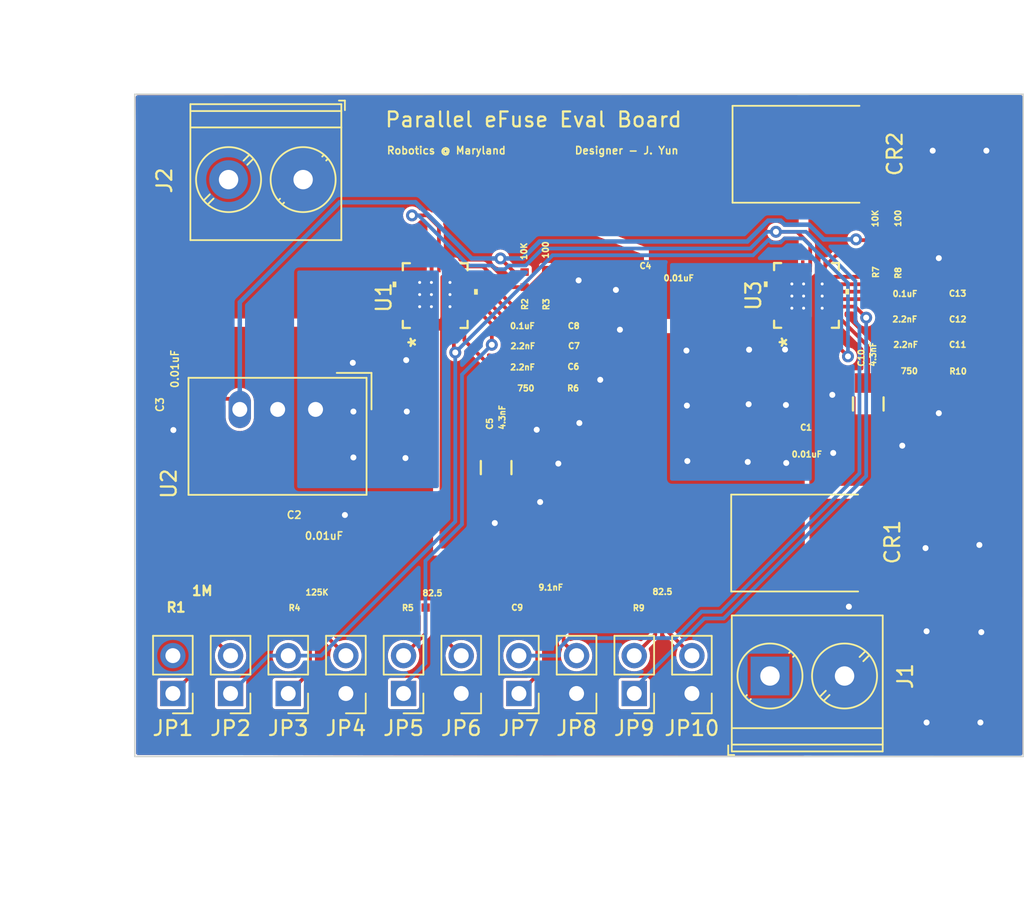
<source format=kicad_pcb>
(kicad_pcb (version 20221018) (generator pcbnew)
  (title_block (title "Parallel 15A eFuse") (date "2024-02-08") (rev "1") (company "Robotics @ Maryland") (comment 1 "Designer - Jeremy Yun"))
  (layers (0 "F.Cu" signal) (31 "B.Cu" signal) (34 "B.Paste" user) (35 "F.Paste" user) (36 "B.SilkS" user "B.Silkscreen") (37 "F.SilkS" user "F.Silkscreen") (38 "B.Mask" user) (39 "F.Mask" user) (44 "Edge.Cuts" user))
  (net 0 "")
  (net 1 "VCC")
  (net 2 "GND")
  (net 3 "/eFuse_Out")
  (net 4 "Net-(JP2-B)")
  (net 5 "Net-(JP1-A)")
  (net 6 "+3.3V")
  (net 7 "Net-(JP3-A)")
  (net 8 "Net-(JP4-B)")
  (net 9 "Net-(JP5-B)")
  (net 10 "Net-(JP6-B)")
  (net 11 "Net-(JP7-B)")
  (net 12 "Net-(JP8-B)")
  (net 13 "Net-(JP9-B)")
  (net 14 "Net-(U3-ITIMER)")
  (net 15 "Net-(U3-RETRY_DLY)")
  (net 16 "Net-(U3-NRETRY)")
  (net 17 "Net-(U3-LDSTART)")
  (net 18 "Net-(JP10-B)")
  (net 19 "Net-(JP9-A)")
  (net 20 "Net-(JP2-A)")
  (net 21 "Net-(JP7-A)")
  (net 22 "Net-(U3-PG)")
  (net 23 "Net-(U1-ITIMER)")
  (net 24 "Net-(U1-RETRY_DLY)")
  (net 25 "Net-(U1-NRETRY)")
  (net 26 "Net-(U1-LDSTART)")
  (net 27 "Net-(U1-PG)")
  (net 28 "Net-(JP5-A)")
  (net 29 "Net-(U1-IMON)")
  (net 30 "Net-(U3-IMON)")
  (footprint "eFuseLib:RC0402N_YAG" (layer "F.Cu") (at 136 116.76 90)
    (fp_text reference "R8")
    (fp_text value "100")
  )
  (footprint "Diode_SMD:D_SMC" (layer "F.Cu") (at 129.8 110.5)
    (fp_text reference "CR2")
    (fp_text value "B520C-13-F")
  )
  (footprint "eFuseLib:CAPC10555_55N_KEM" (layer "F.Cu") (at 138.39 121.57)
    (fp_text reference "C12")
    (fp_text value "2.2nF")
  )
  (footprint "eFuseLib:CAPC0603X33N" (layer "F.Cu") (at 112.7 122.02)
    (fp_text reference "C8")
    (fp_text value "0.1uF")
  )
  (footprint "TerminalBlock_Phoenix:TerminalBlock_Phoenix_PT-1,5-2-5.0-H_1x02_P5.00mm_Horizontal" (layer "F.Cu") (at 96.1 112.2 180)
    (fp_text reference "J2" hide)
    (fp_text value "Screw_Terminal_01x02" hide)
  )
  (footprint "TerminalBlock_Phoenix:TerminalBlock_Phoenix_PT-1,5-2-5.0-H_1x02_P5.00mm_Horizontal" (layer "F.Cu") (at 127.4 145.5)
    (fp_text reference "J1")
    (fp_text value "Screw_Terminal_01x02" hide)
  )
  (footprint "eFuseLib:CAPC340180_100N_KEM" (layer "F.Cu") (at 133.99 127.25 -90)
    (fp_text reference "C10")
    (fp_text value "4.3nF")
  )
  (footprint "Connector_PinHeader_2.54mm:PinHeader_1x02_P2.54mm_Vertical" (layer "F.Cu") (at 106.699996 146.675 180)
    (fp_text reference "JP6")
    (fp_text value "Jumper_2_Bridged" hide)
  )
  (footprint "eFuseLib:RGE24_2P5XP85X1P45_TEX" (layer "F.Cu") (at 129.8474 119.969 90)
    (fp_text reference "U3")
    (fp_text value "~")
  )
  (footprint "eFuseLib:CAPC10555_55N_KEM" (layer "F.Cu") (at 112.7 123.369135)
    (fp_text reference "C7")
    (fp_text value "2.2nF")
  )
  (footprint "eFuseLib:YAG_R0402_YAG" (layer "F.Cu") (at 104.77 140.91)
    (fp_text reference "R5")
    (fp_text value "82.5")
  )
  (footprint "eFuseLib:CAPC10555_55N_KEM" (layer "F.Cu") (at 138.39 123.27)
    (fp_text reference "C11")
    (fp_text value "2.2nF")
  )
  (footprint "Connector_PinHeader_2.54mm:PinHeader_1x02_P2.54mm_Vertical" (layer "F.Cu") (at 118.299994 146.675 180)
    (fp_text reference "JP9")
    (fp_text value "Jumper_2_Bridged" hide)
  )
  (footprint "Connector_PinHeader_2.54mm:PinHeader_1x02_P2.54mm_Vertical" (layer "F.Cu") (at 114.433328 146.675 180)
    (fp_text reference "JP8")
    (fp_text value "Jumper_2_Bridged" hide)
  )
  (footprint "Connector_PinHeader_2.54mm:PinHeader_1x02_P2.54mm_Vertical" (layer "F.Cu") (at 98.966664 146.675 180)
    (fp_text reference "JP4")
    (fp_text value "Jumper_2_Bridged" hide)
  )
  (footprint "eFuseLib:RESC1005X40N" (layer "F.Cu") (at 112.7 126.2)
    (fp_text reference "R6")
    (fp_text value "750")
  )
  (footprint "eFuseLib:CAP_GRM033_MUR" (layer "F.Cu") (at 119.11 118.8 180)
    (fp_text reference "C4")
    (fp_text value "0.01uF")
  )
  (footprint "Connector_PinHeader_2.54mm:PinHeader_1x02_P2.54mm_Vertical" (layer "F.Cu") (at 87.366666 146.675 180)
    (fp_text reference "JP1")
    (fp_text value "Jumper_2_Bridged" hide)
  )
  (footprint "Converter_DCDC:Converter_DCDC_TRACO_TSR-1_THT" (layer "F.Cu") (at 96.9325 127.6175 180)
    (fp_text reference "U2")
    (fp_text value "TSR_1-2433")
  )
  (footprint "eFuseLib:CAPC340180_100N_KEM" (layer "F.Cu") (at 109.04 131.52 -90)
    (fp_text reference "C5")
    (fp_text value "4.3nF")
  )
  (footprint "eFuseLib:CAPC0603X33N" (layer "F.Cu") (at 138.39 119.87)
    (fp_text reference "C13")
    (fp_text value "0.1uF")
  )
  (footprint "eFuseLib:BO_CR0402" (layer "F.Cu") (at 110.95 118.9088 90)
    (fp_text reference "R2")
    (fp_text value "10K")
  )
  (footprint "eFuseLib:CAP_GRM033_MUR" (layer "F.Cu") (at 87.4 127.3 -90)
    (fp_text reference "C3")
    (fp_text value "0.01uF")
  )
  (footprint "Connector_PinHeader_2.54mm:PinHeader_1x02_P2.54mm_Vertical" (layer "F.Cu") (at 122.166666 146.675 180)
    (fp_text reference "JP10")
    (fp_text value "Jumper_2_Bridged" hide)
  )
  (footprint "eFuseLib:CAP_GRM033_MUR" (layer "F.Cu") (at 97.3 134.7)
    (fp_text reference "C2")
    (fp_text value "0.01uF")
  )
  (footprint "eFuseLib:CAPC2012X95N" (layer "F.Cu") (at 112.68 140.91 180)
    (fp_text reference "C9")
    (fp_text value "9.1nF")
  )
  (footprint "Connector_PinHeader_2.54mm:PinHeader_1x02_P2.54mm_Vertical" (layer "F.Cu") (at 110.566662 146.675 180)
    (fp_text reference "JP7")
    (fp_text value "Jumper_2_Bridged" hide)
  )
  (footprint "eFuseLib:CAPC10555_55N_KEM" (layer "F.Cu") (at 112.7 124.748867)
    (fp_text reference "C6")
    (fp_text value "2.2nF")
  )
  (footprint "Connector_PinHeader_2.54mm:PinHeader_1x02_P2.54mm_Vertical" (layer "F.Cu") (at 95.099998 146.675 180)
    (fp_text reference "JP3")
    (fp_text value "Jumper_2_Bridged" hide)
  )
  (footprint "eFuseLib:RGE24_2P5XP85X1P45_TEX" (layer "F.Cu") (at 104.955 119.98 90)
    (fp_text reference "U1")
    (fp_text value "~")
  )
  (footprint "eFuseLib:CAP_GRM033_MUR" (layer "F.Cu") (at 129.86 129.7)
    (fp_text reference "C1")
    (fp_text value "0.01uF")
  )
  (footprint "eFuseLib:RESC1005X35N" (layer "F.Cu") (at 97.02 140.91)
    (fp_text reference "R4")
    (fp_text value "125K")
  )
  (footprint "eFuseLib:RC0402N_YAG" (layer "F.Cu") (at 112.37 118.8788 90)
    (fp_text reference "R3")
    (fp_text value "100")
  )
  (footprint "Connector_PinHeader_2.54mm:PinHeader_1x02_P2.54mm_Vertical" (layer "F.Cu") (at 102.83333 146.675 180)
    (fp_text reference "JP5")
    (fp_text value "Jumper_2_Bridged" hide)
  )
  (footprint "eFuseLib:RES_ERJ2RKF1004X" (layer "F.Cu") (at 89.34 140.91)
    (fp_text reference "R1")
    (fp_text value "1M")
  )
  (footprint "Diode_SMD:D_SMC" (layer "F.Cu") (at 129.71 136.58)
    (fp_text reference "CR1")
    (fp_text value "SMCJ12A")
  )
  (footprint "eFuseLib:RESC1005X40N" (layer "F.Cu") (at 138.39 125.07)
    (fp_text reference "R10")
    (fp_text value "750")
  )
  (footprint "Connector_PinHeader_2.54mm:PinHeader_1x02_P2.54mm_Vertical" (layer "F.Cu") (at 91.233332 146.675 180)
    (fp_text reference "JP2")
    (fp_text value "Jumper_2_Bridged" hide)
  )
  (footprint "eFuseLib:BO_CR0402" (layer "F.Cu") (at 134.5 116.771 90)
    (fp_text reference "R7")
    (fp_text value "10K")
  )
  (footprint "eFuseLib:YAG_R0402_YAG" (layer "F.Cu") (at 120.1672 140.91)
    (fp_text reference "R9")
    (fp_text value "82.5")
  )
  (gr_rect (start 84.81 150.9) (end 144.38 106.47) (stroke (width 0.1)) (fill none) (layer "Edge.Cuts"))
  (gr_text "Robotics @ Maryland" (at 101.66 110.54) (layer "F.SilkS") (effects (font (size 0.5 0.5) (thickness 0.1) bold) (justify left bottom)))
  (gr_text "Parallel eFuse Eval Board" (at 101.52 108.76) (layer "F.SilkS") (effects (font (size 1 1)) (justify left bottom)))
  (gr_text "Designer - J. Yun" (at 121.32 110.54) (layer "F.SilkS") (effects (font (size 0.5 0.5) (thickness 0.1) bold) (justify right bottom)))
  (segment (start 129.5974 118.0132) (end 129.5974 119.594) (width 0.25) (layer "F.Cu") (net 1))
  (segment (start 129.5974 119.594) (end 129.2224 119.969) (width 0.25) (layer "F.Cu") (net 1))
  (segment (start 104.716 118.0132) (end 104.716 119.594) (width 0.25) (layer "F.Cu") (net 1))
  (segment (start 104.716 119.594) (end 104.341 119.969) (width 0.25) (layer "F.Cu") (net 1))
  (via (at 128.49 131.21) (size 0.8) (drill 0.4) (layers "F.Cu" "B.Cu") (net 1))
  (via (at 99.47 130.84) (size 0.8) (drill 0.4) (layers "F.Cu" "B.Cu") (net 1))
  (via (at 103.9126 119.9128) (size 0.5) (drill 0.2) (layers "F.Cu" "B.Cu") (net 1))
  (via (at 126 123.61) (size 0.8) (drill 0.4) (layers "F.Cu" "B.Cu") (net 1))
  (via (at 128.41 123.6) (size 0.8) (drill 0.4) (layers "F.Cu" "B.Cu") (net 1))
  (via (at 125.97 127.27) (size 0.8) (drill 0.4) (layers "F.Cu" "B.Cu") (net 1))
  (via (at 99.43 124.49) (size 0.8) (drill 0.4) (layers "F.Cu" "B.Cu") (net 1))
  (via (at 102.96 130.88) (size 0.8) (drill 0.4) (layers "F.Cu" "B.Cu") (net 1))
  (via (at 121.86 131.08) (size 0.8) (drill 0.4) (layers "F.Cu" "B.Cu") (net 1))
  (via (at 125.91 131.14) (size 0.8) (drill 0.4) (layers "F.Cu" "B.Cu") (net 1))
  (via (at 104.7 119.9128) (size 0.5) (drill 0.2) (layers "F.Cu" "B.Cu") (net 1))
  (via (at 104.7 119.1) (size 0.5) (drill 0.2) (layers "F.Cu" "B.Cu") (net 1))
  (via (at 121.8 123.67) (size 0.8) (drill 0.4) (layers "F.Cu" "B.Cu") (net 1))
  (via (at 128.868 120.0128) (size 0.5) (drill 0.2) (layers "F.Cu" "B.Cu") (net 1))
  (via (at 121.83 127.36) (size 0.8) (drill 0.4) (layers "F.Cu" "B.Cu") (net 1))
  (via (at 104.7 120.7256) (size 0.5) (drill 0.2) (layers "F.Cu" "B.Cu") (net 1))
  (via (at 128.868 119.2) (size 0.5) (drill 0.2) (layers "F.Cu" "B.Cu") (net 1))
  (via (at 103.9126 120.7256) (size 0.5) (drill 0.2) (layers "F.Cu" "B.Cu") (net 1))
  (via (at 129.6554 120.0128) (size 0.5) (drill 0.2) (layers "F.Cu" "B.Cu") (net 1))
  (via (at 129.6554 119.2) (size 0.5) (drill 0.2) (layers "F.Cu" "B.Cu") (net 1))
  (via (at 128.47 127.32) (size 0.8) (drill 0.4) (layers "F.Cu" "B.Cu") (net 1))
  (via (at 128.868 120.8256) (size 0.5) (drill 0.2) (layers "F.Cu" "B.Cu") (net 1))
  (via (at 103.9126 119.1) (size 0.5) (drill 0.2) (layers "F.Cu" "B.Cu") (net 1))
  (via (at 99.47 127.76) (size 0.8) (drill 0.4) (layers "F.Cu" "B.Cu") (net 1))
  (via (at 103.01 124.31) (size 0.8) (drill 0.4) (layers "F.Cu" "B.Cu") (net 1))
  (via (at 103.05 127.76) (size 0.8) (drill 0.4) (layers "F.Cu" "B.Cu") (net 1))
  (via (at 129.6554 120.8256) (size 0.5) (drill 0.2) (layers "F.Cu" "B.Cu") (net 1))
  (segment (start 87.4 129) (end 87.4 127.6937) (width 0.25) (layer "F.Cu") (net 2))
  (segment (start 98.9 134.7) (end 97.6937 134.7) (width 0.25) (layer "F.Cu") (net 2))
  (via (at 141.91 110.26) (size 0.8) (drill 0.4) (layers "F.Cu" "B.Cu") (net 2))
  (via (at 138.72 127.87) (size 0.8) (drill 0.4) (layers "F.Cu" "B.Cu") (net 2))
  (via (at 137.9 148.62) (size 0.8) (drill 0.4) (layers "F.Cu" "B.Cu") (net 2))
  (via (at 105.9446 119.1) (size 0.5) (drill 0.2) (layers "F.Cu" "B.Cu") (net 2))
  (via (at 138.31 110.26) (size 0.8) (drill 0.4) (layers "F.Cu" "B.Cu") (net 2))
  (via (at 111.99 133.83) (size 0.8) (drill 0.4) (layers "F.Cu" "B.Cu") (net 2))
  (via (at 137.83 136.92) (size 0.8) (drill 0.4) (layers "F.Cu" "B.Cu") (net 2))
  (via (at 105.9446 120.7256) (size 0.5) (drill 0.2) (layers "F.Cu" "B.Cu") (net 2))
  (via (at 141.57 142.56) (size 0.8) (drill 0.4) (layers "F.Cu" "B.Cu") (net 2))
  (via (at 130.9 120.8256) (size 0.5) (drill 0.2) (layers "F.Cu" "B.Cu") (net 2))
  (via (at 113.21 131.25) (size 0.8) (drill 0.4) (layers "F.Cu" "B.Cu") (net 2))
  (via (at 108.95 135.24) (size 0.8) (drill 0.4) (layers "F.Cu" "B.Cu") (net 2))
  (via (at 130.9 120.0128) (size 0.5) (drill 0.2) (layers "F.Cu" "B.Cu") (net 2))
  (via (at 141.51 148.62) (size 0.8) (drill 0.4) (layers "F.Cu" "B.Cu") (net 2))
  (via (at 131.64 130.54) (size 0.8) (drill 0.4) (layers "F.Cu" "B.Cu") (net 2))
  (via (at 87.4 129) (size 0.8) (drill 0.4) (layers "F.Cu" "B.Cu") (net 2))
  (via (at 131.58 126.64) (size 0.8) (drill 0.4) (layers "F.Cu" "B.Cu") (net 2))
  (via (at 111.76 128.98) (size 0.8) (drill 0.4) (layers "F.Cu" "B.Cu") (net 2))
  (via (at 136.27 130.05) (size 0.8) (drill 0.4) (layers "F.Cu" "B.Cu") (net 2))
  (via (at 117.34 122.27) (size 0.8) (drill 0.4) (layers "F.Cu" "B.Cu") (net 2))
  (via (at 117.07 119.6) (size 0.8) (drill 0.4) (layers "F.Cu" "B.Cu") (net 2))
  (via (at 132.69 140.85) (size 0.8) (drill 0.4) (layers "F.Cu" "B.Cu") (net 2))
  (via (at 114.57 118.96) (size 0.8) (drill 0.4) (layers "F.Cu" "B.Cu") (net 2))
  (via (at 116.02 125.63) (size 0.8) (drill 0.4) (layers "F.Cu" "B.Cu") (net 2))
  (via (at 141.44 136.71) (size 0.8) (drill 0.4) (layers "F.Cu" "B.Cu") (net 2))
  (via (at 138.72 117.47) (size 0.8) (drill 0.4) (layers "F.Cu" "B.Cu") (net 2))
  (via (at 114.62 128.53) (size 0.8) (drill 0.4) (layers "F.Cu" "B.Cu") (net 2))
  (via (at 98.9 134.7) (size 0.8) (drill 0.4) (layers "F.Cu" "B.Cu") (net 2))
  (via (at 105.9446 119.9128) (size 0.5) (drill 0.2) (layers "F.Cu" "B.Cu") (net 2))
  (via (at 137.9 142.5) (size 0.8) (drill 0.4) (layers "F.Cu" "B.Cu") (net 2))
  (via (at 130.9 119.2) (size 0.5) (drill 0.2) (layers "F.Cu" "B.Cu") (net 2))
  (segment (start 89.852 142.753668) (end 91.233332 144.135) (width 0.25) (layer "F.Cu") (net 4))
  (segment (start 89.852 140.91) (end 89.852 142.753668) (width 0.25) (layer "F.Cu") (net 4))
  (segment (start 88.828 145.213666) (end 87.366666 146.675) (width 0.25) (layer "F.Cu") (net 5))
  (segment (start 88.828 140.91) (end 88.828 145.213666) (width 0.25) (layer "F.Cu") (net 5))
  (segment (start 110.95 118.4008) (end 110.2408 118.4008) (width 0.25) (layer "F.Cu") (net 6))
  (segment (start 110.2408 118.4008) (end 109.33 117.49) (width 0.25) (layer "F.Cu") (net 6))
  (segment (start 133.223 116.263) (end 133.17 116.21) (width 0.25) (layer "F.Cu") (net 6))
  (segment (start 87.4 126.9063) (end 91.1413 126.9063) (width 0.25) (layer "F.Cu") (net 6))
  (segment (start 134.5 116.263) (end 133.223 116.263) (width 0.25) (layer "F.Cu") (net 6))
  (segment (start 91.1413 126.9063) (end 91.8525 127.6175) (width 0.25) (layer "F.Cu") (net 6))
  (via (at 109.33 117.49) (size 0.8) (drill 0.4) (layers "F.Cu" "B.Cu") (net 6))
  (via (at 133.17 116.21) (size 0.8) (drill 0.4) (layers "F.Cu" "B.Cu") (net 6))
  (segment (start 127.280001 114.95) (end 128.110661 114.95) (width 0.3) (layer "B.Cu") (net 6))
  (segment (start 109.33 117.49) (end 110.818248 117.49) (width 0.3) (layer "B.Cu") (net 6))
  (segment (start 128.385661 115.225) (end 130.016752 115.225) (width 0.3) (layer "B.Cu") (net 6))
  (segment (start 111.958248 116.35) (end 125.88 116.35) (width 0.3) (layer "B.Cu") (net 6))
  (segment (start 131.001752 116.21) (end 133.17 116.21) (width 0.3) (layer "B.Cu") (net 6))
  (segment (start 103.63 113.72) (end 107.4 117.49) (width 0.3) (layer "B.Cu") (net 6))
  (segment (start 125.88 116.35) (end 127.280001 114.95) (width 0.3) (layer "B.Cu") (net 6))
  (segment (start 91.8525 127.6175) (end 91.8525 120.4275) (width 0.3) (layer "B.Cu") (net 6))
  (segment (start 128.110661 114.95) (end 128.385661 115.225) (width 0.3) (layer "B.Cu") (net 6))
  (segment (start 107.4 117.49) (end 109.33 117.49) (width 0.3) (layer "B.Cu") (net 6))
  (segment (start 110.818248 117.49) (end 111.958248 116.35) (width 0.3) (layer "B.Cu") (net 6))
  (segment (start 98.56 113.72) (end 103.63 113.72) (width 0.3) (layer "B.Cu") (net 6))
  (segment (start 91.8525 120.4275) (end 98.56 113.72) (width 0.3) (layer "B.Cu") (net 6))
  (segment (start 130.016752 115.225) (end 131.001752 116.21) (width 0.3) (layer "B.Cu") (net 6))
  (segment (start 96.563 145.211998) (end 95.099998 146.675) (width 0.25) (layer "F.Cu") (net 7))
  (segment (start 96.563 140.91) (end 96.563 145.211998) (width 0.25) (layer "F.Cu") (net 7))
  (segment (start 97.477 140.91) (end 97.477 142.645336) (width 0.25) (layer "F.Cu") (net 8))
  (segment (start 97.477 142.645336) (end 98.966664 144.135) (width 0.25) (layer "F.Cu") (net 8))
  (segment (start 104.3128 140.91) (end 104.3128 142.65553) (width 0.25) (layer "F.Cu") (net 9))
  (segment (start 104.3128 142.65553) (end 102.83333 144.135) (width 0.25) (layer "F.Cu") (net 9))
  (segment (start 105.2272 142.662204) (end 106.699996 144.135) (width 0.25) (layer "F.Cu") (net 10))
  (segment (start 105.2272 140.91) (end 105.2272 142.662204) (width 0.25) (layer "F.Cu") (net 10))
  (segment (start 105.205 115.375) (end 104.43 114.6) (width 0.25) (layer "F.Cu") (net 11))
  (segment (start 130.0974 116.5874) (end 129.21 115.7) (width 0.25) (layer "F.Cu") (net 11))
  (segment (start 130.0974 118.0132) (end 130.0974 116.5874) (width 0.25) (layer "F.Cu") (net 11))
  (segment (start 129.21 115.7) (end 127.8 115.7) (width 0.25) (layer "F.Cu") (net 11))
  (segment (start 104.43 114.6) (end 103.4 114.6) (width 0.25) (layer "F.Cu") (net 11))
  (segment (start 105.205 118.0242) (end 105.205 115.375) (width 0.25) (layer "F.Cu") (net 11))
  (via (at 127.8 115.7) (size 0.8) (drill 0.4) (layers "F.Cu" "B.Cu") (net 11))
  (via (at 103.4 114.6) (size 0.8) (drill 0.4) (layers "F.Cu" "B.Cu") (net 11))
  (segment (start 124.113604 141.19) (end 133.4 131.903604) (width 0.25) (layer "B.Cu") (net 11))
  (segment (start 127.201752 115.7) (end 126.076751 116.825) (width 0.25) (layer "B.Cu") (net 11))
  (segment (start 113.258328 144.135) (end 113.258328 143.648299) (width 0.25) (layer "B.Cu") (net 11))
  (segment (start 122.813569 141.19) (end 124.113604 141.19) (width 0.25) (layer "B.Cu") (net 11))
  (segment (start 113.946627 142.96) (end 121.043569 142.96) (width 0.25) (layer "B.Cu") (net 11))
  (segment (start 109.630305 118.215) (end 109.029695 118.215) (width 0.25) (layer "B.Cu") (net 11))
  (segment (start 111.014999 117.965) (end 109.880305 117.965) (width 0.25) (layer "B.Cu") (net 11))
  (segment (start 133.125 121.760305) (end 133.125 119.005) (width 0.25) (layer "B.Cu") (net 11))
  (segment (start 133.4 122.035305) (end 133.125 121.760305) (width 0.25) (layer "B.Cu") (net 11))
  (segment (start 113.258328 143.648299) (end 113.946627 142.96) (width 0.25) (layer "B.Cu") (net 11))
  (segment (start 127.8 115.7) (end 127.8 115.6) (width 0.25) (layer "B.Cu") (net 11))
  (segment (start 103.838248 114.6) (end 103.4 114.6) (width 0.25) (layer "B.Cu") (net 11))
  (segment (start 109.880305 117.965) (end 109.630305 118.215) (width 0.25) (layer "B.Cu") (net 11))
  (segment (start 108.779695 117.965) (end 107.203248 117.965) (width 0.25) (layer "B.Cu") (net 11))
  (segment (start 133.4 131.903604) (end 133.4 122.035305) (width 0.25) (layer "B.Cu") (net 11))
  (segment (start 110.566662 144.135) (end 113.258328 144.135) (width 0.25) (layer "B.Cu") (net 11))
  (segment (start 107.203248 117.965) (end 103.838248 114.6) (width 0.25) (layer "B.Cu") (net 11))
  (segment (start 112.155 116.825) (end 111.014999 117.965) (width 0.25) (layer "B.Cu") (net 11))
  (segment (start 129.82 115.7) (end 127.8 115.7) (width 0.25) (layer "B.Cu") (net 11))
  (segment (start 126.076751 116.825) (end 112.155 116.825) (width 0.25) (layer "B.Cu") (net 11))
  (segment (start 133.125 119.005) (end 129.82 115.7) (width 0.25) (layer "B.Cu") (net 11))
  (segment (start 127.8 115.7) (end 127.201752 115.7) (width 0.25) (layer "B.Cu") (net 11))
  (segment (start 109.029695 118.215) (end 108.779695 117.965) (width 0.25) (layer "B.Cu") (net 11))
  (segment (start 121.043569 142.96) (end 122.813569 141.19) (width 0.25) (layer "B.Cu") (net 11))
  (segment (start 113.568 140.91) (end 113.568 143.269672) (width 0.25) (layer "F.Cu") (net 12))
  (segment (start 113.568 143.269672) (end 114.433328 144.135) (width 0.25) (layer "F.Cu") (net 12))
  (segment (start 119.71 142.724994) (end 118.299994 144.135) (width 0.25) (layer "F.Cu") (net 13))
  (segment (start 119.71 140.91) (end 119.71 142.724994) (width 0.25) (layer "F.Cu") (net 13))
  (segment (start 131.809 121.219) (end 133.99 123.4) (width 0.25) (layer "F.Cu") (net 14))
  (segment (start 133.99 123.4) (end 133.99 125.847202) (width 0.25) (layer "F.Cu") (net 14))
  (segment (start 131.8032 121.219) (end 131.809 121.219) (width 0.25) (layer "F.Cu") (net 14))
  (segment (start 134.362401 119.719) (end 137.913401 123.27) (width 0.25) (layer "F.Cu") (net 15))
  (segment (start 131.8032 119.719) (end 134.362401 119.719) (width 0.25) (layer "F.Cu") (net 15))
  (segment (start 131.8032 119.218999) (end 135.5624 119.218999) (width 0.25) (layer "F.Cu") (net 16))
  (segment (start 135.5624 119.218999) (end 137.913401 121.57) (width 0.25) (layer "F.Cu") (net 16))
  (segment (start 136 117.3188) (end 134.5998 118.719) (width 0.25) (layer "F.Cu") (net 17))
  (segment (start 134.5998 118.719) (end 131.8032 118.719) (width 0.25) (layer "F.Cu") (net 17))
  (segment (start 131.8032 118.719) (end 136.958 118.719) (width 0.25) (layer "F.Cu") (net 17))
  (segment (start 136.958 118.719) (end 138.109 119.87) (width 0.25) (layer "F.Cu") (net 17))
  (segment (start 120.6244 140.91) (end 120.6244 142.592734) (width 0.25) (layer "F.Cu") (net 18))
  (segment (start 120.6244 142.592734) (end 122.166666 144.135) (width 0.25) (layer "F.Cu") (net 18))
  (segment (start 133.109001 120.719001) (end 133.85 121.46) (width 0.25) (layer "F.Cu") (net 19))
  (segment (start 131.8032 120.719001) (end 133.109001 120.719001) (width 0.25) (layer "F.Cu") (net 19))
  (via (at 133.85 121.46) (size 0.8) (drill 0.4) (layers "F.Cu" "B.Cu") (net 19))
  (segment (start 122.999965 141.64) (end 118.299994 146.339971) (width 0.25) (layer "B.Cu") (net 19))
  (segment (start 124.3 141.64) (end 122.999965 141.64) (width 0.25) (layer "B.Cu") (net 19))
  (segment (start 118.299994 146.339971) (end 118.299994 146.675) (width 0.25) (layer "B.Cu") (net 19))
  (segment (start 133.85 132.09) (end 124.3 141.64) (width 0.25) (layer "B.Cu") (net 19))
  (segment (start 133.85 121.46) (end 133.85 132.09) (width 0.25) (layer "B.Cu") (net 19))
  (segment (start 106.205 121.9358) (end 106.205 123.705) (width 0.25) (layer "F.Cu") (net 20))
  (segment (start 131.0974 122.5274) (end 131.0974 121.9248) (width 0.25) (layer "F.Cu") (net 20))
  (segment (start 132.63 124.06) (end 131.0974 122.5274) (width 0.25) (layer "F.Cu") (net 20))
  (segment (start 106.205 123.705) (end 106.3 123.8) (width 0.25) (layer "F.Cu") (net 20))
  (via (at 132.63 124.06) (size 0.8) (drill 0.4) (layers "F.Cu" "B.Cu") (net 20))
  (via (at 106.3 123.8) (size 0.8) (drill 0.4) (layers "F.Cu" "B.Cu") (net 20))
  (segment (start 106.3 135.139963) (end 97.304963 144.135) (width 0.25) (layer "B.Cu") (net 20))
  (segment (start 132.63 124.06) (end 132.63 119.146396) (width 0.25) (layer "B.Cu") (net 20))
  (segment (start 93.773332 144.135) (end 91.233332 146.675) (width 0.25) (layer "B.Cu") (net 20))
  (segment (start 97.304963 144.135) (end 95.099998 144.135) (width 0.25) (layer "B.Cu") (net 20))
  (segment (start 127.306421 116.231726) (end 126.263147 117.275) (width 0.25) (layer "B.Cu") (net 20))
  (segment (start 126.263147 117.275) (end 112.825 117.275) (width 0.25) (layer "B.Cu") (net 20))
  (segment (start 95.099998 144.135) (end 93.773332 144.135) (width 0.25) (layer "B.Cu") (net 20))
  (segment (start 112.825 117.275) (end 106.3 123.8) (width 0.25) (layer "B.Cu") (net 20))
  (segment (start 129.633604 116.15) (end 128.375305 116.15) (width 0.25) (layer "B.Cu") (net 20))
  (segment (start 128.375305 116.15) (end 128.100305 116.425) (width 0.25) (layer "B.Cu") (net 20))
  (segment (start 128.100305 116.425) (end 127.499695 116.425) (width 0.25) (layer "B.Cu") (net 20))
  (segment (start 127.499695 116.425) (end 127.306421 116.231726) (width 0.25) (layer "B.Cu") (net 20))
  (segment (start 132.63 119.146396) (end 129.633604 116.15) (width 0.25) (layer "B.Cu") (net 20))
  (segment (start 106.3 123.8) (end 106.3 135.139963) (width 0.25) (layer "B.Cu") (net 20))
  (segment (start 111.792 140.91) (end 111.792 145.449662) (width 0.25) (layer "F.Cu") (net 21))
  (segment (start 111.792 145.449662) (end 110.566662 146.675) (width 0.25) (layer "F.Cu") (net 21))
  (segment (start 134.9222 117.279) (end 134.5 117.279) (width 0.25) (layer "F.Cu") (net 22))
  (segment (start 134.5 117.279) (end 131.8316 117.279) (width 0.25) (layer "F.Cu") (net 22))
  (segment (start 136 116.2012) (end 134.9222 117.279) (width 0.25) (layer "F.Cu") (net 22))
  (segment (start 131.8316 117.279) (end 131.0974 118.0132) (width 0.25) (layer "F.Cu") (net 22))
  (segment (start 106.9108 122.9808) (end 109.04 125.11) (width 0.25) (layer "F.Cu") (net 23))
  (segment (start 106.9108 121.23) (end 106.9108 122.9808) (width 0.25) (layer "F.Cu") (net 23))
  (segment (start 109.04 125.11) (end 109.04 130.117202) (width 0.25) (layer "F.Cu") (net 23))
  (segment (start 106.9108 119.73) (end 107.841592 119.73) (width 0.25) (layer "F.Cu") (net 24))
  (segment (start 109.925 121.813408) (end 109.925 123.035) (width 0.25) (layer "F.Cu") (net 24))
  (segment (start 111.638867 124.748867) (end 112.223401 124.748867) (width 0.25) (layer "F.Cu") (net 24))
  (segment (start 107.841592 119.73) (end 109.925 121.813408) (width 0.25) (layer "F.Cu") (net 24))
  (segment (start 109.925 123.035) (end 111.638867 124.748867) (width 0.25) (layer "F.Cu") (net 24))
  (segment (start 106.9108 119.229999) (end 108.084265 119.229999) (width 0.25) (layer "F.Cu") (net 25))
  (segment (start 108.084265 119.229999) (end 112.223401 123.369135) (width 0.25) (layer "F.Cu") (net 25))
  (segment (start 106.919 118.719) (end 106.9 118.7) (width 0.25) (layer "F.Cu") (net 26))
  (segment (start 108.220662 118.73) (end 111.510662 122.02) (width 0.25) (layer "F.Cu") (net 26))
  (segment (start 111.510662 122.02) (end 112.419 122.02) (width 0.25) (layer "F.Cu") (net 26))
  (segment (start 112.419 122.02) (end 112.419 119.4866) (width 0.25) (layer "F.Cu") (net 26))
  (segment (start 106.9218 118.719) (end 106.919 118.719) (width 0.25) (layer "F.Cu") (net 26))
  (segment (start 106.9108 118.73) (end 108.220662 118.73) (width 0.25) (layer "F.Cu") (net 26))
  (segment (start 112.419 119.4866) (end 112.37 119.4376) (width 0.25) (layer "F.Cu") (net 26))
  (segment (start 110.95 119.4168) (end 109.543858 119.4168) (width 0.25) (layer "F.Cu") (net 27))
  (segment (start 108.151258 118.0242) (end 106.205 118.0242) (width 0.25) (layer "F.Cu") (net 27))
  (segment (start 111.2732 119.4168) (end 110.95 119.4168) (width 0.25) (layer "F.Cu") (net 27))
  (segment (start 109.543858 119.4168) (end 108.151258 118.0242) (width 0.25) (layer "F.Cu") (net 27))
  (segment (start 112.37 118.32) (end 111.2732 119.4168) (width 0.25) (layer "F.Cu") (net 27))
  (segment (start 106.9108 120.730001) (end 107.568801 120.730001) (width 0.25) (layer "F.Cu") (net 28))
  (segment (start 108.75 121.9112) (end 108.75 123.28) (width 0.25) (layer "F.Cu") (net 28))
  (segment (start 107.568801 120.730001) (end 108.75 121.9112) (width 0.25) (layer "F.Cu") (net 28))
  (via (at 108.75 123.28) (size 0.8) (drill 0.4) (layers "F.Cu" "B.Cu") (net 28))
  (segment (start 108.75 123.28) (end 106.75 125.28) (width 0.25) (layer "B.Cu") (net 28))
  (segment (start 104.3 144.65) (end 102.83333 146.11667) (width 0.25) (layer "B.Cu") (net 28))
  (segment (start 104.3 137.776359) (end 104.3 144.65) (width 0.25) (layer "B.Cu") (net 28))
  (segment (start 102.83333 146.11667) (end 102.83333 146.675) (width 0.25) (layer "B.Cu") (net 28))
  (segment (start 106.75 135.326359) (end 104.3 137.776359) (width 0.25) (layer "B.Cu") (net 28))
  (segment (start 106.75 125.28) (end 106.75 135.326359) (width 0.25) (layer "B.Cu") (net 28))
  (segment (start 109.475 124.115) (end 111.56 126.2) (width 0.25) (layer "F.Cu") (net 29))
  (segment (start 106.9108 120.23) (end 107.705196 120.23) (width 0.25) (layer "F.Cu") (net 29))
  (segment (start 111.56 126.2) (end 112.265 126.2) (width 0.25) (layer "F.Cu") (net 29))
  (segment (start 109.475 121.999804) (end 109.475 124.115) (width 0.25) (layer "F.Cu") (net 29))
  (segment (start 107.705196 120.23) (end 109.475 121.999804) (width 0.25) (layer "F.Cu") (net 29))
  (segment (start 137.955 124.539695) (end 137.955 125.07) (width 0.25) (layer "F.Cu") (net 30))
  (segment (start 133.634305 120.219) (end 137.955 124.539695) (width 0.25) (layer "F.Cu") (net 30))
  (segment (start 131.8032 120.219) (end 133.634305 120.219) (width 0.25) (layer "F.Cu") (net 30))
  (zone (net 2) (net_name "GND") (layer "F.Cu") (priority 3) (connect_pads yes (clearance 0)) (min_thickness 0.25) (fill yes (thermal_gap 0.5) (thermal_bridge_width 0.5))
    (polygon (pts (xy 129.9342 106.54) (xy 144.33 106.52) (xy 144.32 150.84) (xy 130.1 150.84) (xy 129.975 113.6176) (xy 136.6552 113.6176) (xy 141.46 118.56) (xy 141.46 127.36) (xy 135.4968 132.7386) (xy 130.9756 132.7386) (xy 130.9756 133.6086) (xy 135.8016 133.6086) (xy 142.3198 127.559) (xy 142.2944 117.9578) (xy 137.2294 112.8624) (xy 129.9396 112.9132)))
  )
  (zone (net 2) (net_name "GND") (layer "F.Cu") (priority 2) (connect_pads yes (clearance 0)) (min_thickness 0.25) (fill yes (thermal_gap 0.5) (thermal_bridge_width 0.5))
    (polygon (pts (xy 105.24 136.9468) (xy 105.3 115.04) (xy 113.41 115.05) (xy 118.95 117.24) (xy 118.98 122.33) (xy 112.5044 136.9468)))
  )
  (zone (net 3) (net_name "/eFuse_Out") (layer "F.Cu") (priority 1) (connect_pads yes (clearance 0)) (min_thickness 0.25) (fill yes (thermal_gap 0.5) (thermal_bridge_width 0.5))
    (polygon (pts (xy 128.3086 121.5692) (xy 128.3086 118.4704) (xy 129.3246 118.4704) (xy 129.32 106.54) (xy 84.88 106.54) (xy 84.9982 121.5184) (xy 103.442 121.5184) (xy 103.442 118.4704) (xy 104.4326 118.4704) (xy 104.4326 114.4064) (xy 113.1702 114.4064) (xy 119.28 116.8194) (xy 119.28 121.5438)))
  )
  (zone (net 1) (net_name "VCC") (layer "F.Cu") (connect_pads yes (clearance 0)) (min_thickness 0.25) (fill yes (thermal_gap 0.5) (thermal_bridge_width 0.5) (island_removal_mode 1) (island_area_min 10))
    (polygon (pts (xy 104.8136 118.572) (xy 104.8136 137.418) (xy 112.9416 137.418) (xy 119.3 122.5) (xy 128.5118 122.509) (xy 128.4864 118.5974) (xy 129.7056 118.5974) (xy 129.7564 150.85) (xy 84.9 150.8) (xy 84.9966 122.0868) (xy 103.569 122.0614) (xy 103.569 118.572)))
  )
  (zone (net 1) (net_name "VCC") (layer "B.Cu") (priority 5) (connect_pads yes (clearance 0)) (min_thickness 0.25) (fill yes (thermal_gap 0.5) (thermal_bridge_width 0.5))
    (polygon (pts (xy 105.2 118.3) (xy 105.2 132.9) (xy 95.7 132.9) (xy 95.7 118.3)))
  )
  (zone (net 2) (net_name "GND") (layer "B.Cu") (priority 4) (connect_pads yes (clearance 0)) (min_thickness 0.25) (fill yes (thermal_gap 0.5) (thermal_bridge_width 0.5))
    (polygon (pts (xy 84.9 150.8) (xy 84.88 106.54) (xy 144.33 106.52) (xy 144.32 150.85)))
  )
  (zone (net 1) (net_name "VCC") (layer "B.Cu") (priority 5) (connect_pads yes (clearance 0)) (min_thickness 0.25) (fill yes (thermal_gap 0.5) (thermal_bridge_width 0.5))
    (polygon (pts (xy 130.2 117.8) (xy 130.2 132.4) (xy 120.7 132.4) (xy 120.7 117.8)))
  )
)
</source>
